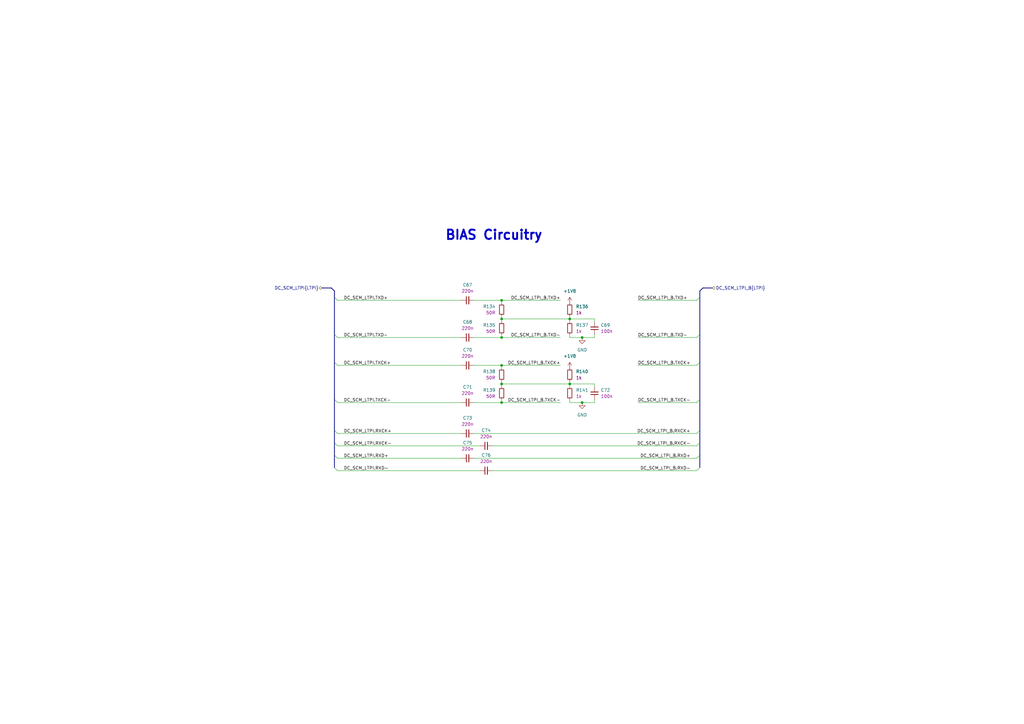
<source format=kicad_sch>
(kicad_sch (version 20250114) (generator "eeschema") (generator_version "9.0")
  (paper "A3")
  (title_block (title "BMC Reference Carrier Board") (date "2025-08-14") (rev "1.0.0"))
  (lib_symbols
    (symbol "antmicroCapacitors0402:C_100n_16V_X7R_0402" (pin_numbers (hide yes)) (pin_names (hide yes))
      (property "Reference" "C" (at 15.24 -5.08 0))
      (property "Val" "100n" (at 15.24 -7.62 0))
      (symbol "C_100n_16V_X7R_0402_0_1"
        (polyline (pts (xy 2.032 -1.524) (xy 2.032 1.524)) (stroke (width 0.3048)))
        (polyline (pts (xy 3.048 -1.524) (xy 3.048 1.524)) (stroke (width 0.3302)))
      )
      (symbol "C_100n_16V_X7R_0402_1_1"
        (pin passive line (at 0 0 0) (length 2.032) (name "~") (number "1"))
        (pin passive line (at 5.08 0 180) (length 2.032) (name "~") (number "2"))
      )
    )
    (symbol "antmicroCapacitors0402:C_220n_6V3_X7R_0402" (pin_numbers (hide yes)) (pin_names (hide yes))
      (property "Reference" "C" (at 15.24 -5.08 0))
      (property "Val" "220n" (at 15.24 -7.62 0))
      (symbol "C_220n_6V3_X7R_0402_0_1"
        (polyline (pts (xy 2.032 -1.524) (xy 2.032 1.524)) (stroke (width 0.3048)))
        (polyline (pts (xy 3.048 -1.524) (xy 3.048 1.524)) (stroke (width 0.3302)))
      )
      (symbol "C_220n_6V3_X7R_0402_1_1"
        (pin passive line (at 0 0 0) (length 2.032) (name "~") (number "1"))
        (pin passive line (at 5.08 0 180) (length 2.032) (name "~") (number "2"))
      )
    )
    (symbol "antmicroResistors0402:R_1k_0402" (pin_numbers (hide yes)) (pin_names (hide yes))
      (property "Reference" "R" (at 20.32 -5.08 0))
      (property "Val" "1k" (at 20.32 -7.62 0))
      (symbol "R_1k_0402_0_1"
        (rectangle (start 0.635 0.889) (end 4.445 -0.889) (stroke (width 0.254)))
      )
      (symbol "R_1k_0402_1_1"
        (pin passive line (at 0 0 0) (length 0.635) (name "~") (number "1"))
        (pin passive line (at 5.08 0 180) (length 0.635) (name "~") (number "2"))
      )
    )
    (symbol "antmicroResistors0402:R_50R_0402" (pin_numbers (hide yes)) (pin_names (hide yes))
      (property "Reference" "R" (at 20.32 -5.08 0))
      (property "Val" "50R" (at 20.32 -7.62 0))
      (symbol "R_50R_0402_0_1"
        (rectangle (start 0.635 0.889) (end 4.445 -0.889) (stroke (width 0.254)))
      )
      (symbol "R_50R_0402_1_1"
        (pin passive line (at 0 0 0) (length 0.635) (name "~") (number "1"))
        (pin passive line (at 5.08 0 180) (length 0.635) (name "~") (number "2"))
      )
    )
    (symbol "antmicropower:+1V8" (power) (pin_numbers (hide yes)) (pin_names (hide yes))
      (property "Value" "+1V8" (at -3.175 2.54 0))
      (symbol "+1V8_1_1"
        (polyline (pts (xy -0.762 1.27) (xy 0 2.54)) (fill (type background)))
        (polyline (pts (xy 0 2.54) (xy 0.762 1.27)) (fill (type background)))
        (polyline (pts (xy 0 0) (xy 0 2.54)) (fill (type background)))
        (pin power_in line (at 0 0 90) (length 0) (hide yes) (name "+1V8") (number "1"))
      )
    )
    (symbol "antmicropower:GND" (power) (pin_numbers (hide yes)) (pin_names (hide yes))
      (property "Value" "GND" (at 8.89 -5.08 0))
      (symbol "GND_1_1"
        (polyline (pts (xy 0 0) (xy 0 -1.27) (xy 1.27 -1.27) (xy 0 -2.54) (xy -1.27 -1.27) (xy 0 -1.27)))
        (pin power_in line (at 0 0 270) (length 0) (name "GND") (number "1"))
      )
    )
  )
  (text "BIAS Circuitry" (at 202.565 96.52 0) (effects (font (size 3.81 3.81) (thickness 0.762) (bold yes))))
  (junction (at 205.74 149.86))
  (junction (at 205.74 123.19))
  (junction (at 238.76 165.1))
  (junction (at 233.68 130.81))
  (junction (at 233.68 157.48))
  (junction (at 205.74 165.1))
  (junction (at 205.74 138.43))
  (junction (at 205.74 130.81))
  (junction (at 205.74 157.48))
  (junction (at 238.76 138.43))
  (bus_entry (at 137.16 181.61) (size 1.27 1.27))
  (bus_entry (at 137.16 176.53) (size 1.27 1.27))
  (bus_entry (at 137.16 186.69) (size 1.27 1.27))
  (bus_entry (at 137.16 121.92) (size 1.27 1.27))
  (bus_entry (at 287.02 186.69) (size -1.27 1.27))
  (bus_entry (at 137.16 148.59) (size 1.27 1.27))
  (bus_entry (at 287.02 148.59) (size -1.27 1.27))
  (bus_entry (at 287.02 137.16) (size -1.27 1.27))
  (bus_entry (at 287.02 176.53) (size -1.27 1.27))
  (bus_entry (at 137.16 137.16) (size 1.27 1.27))
  (bus_entry (at 287.02 163.83) (size -1.27 1.27))
  (bus_entry (at 137.16 163.83) (size 1.27 1.27))
  (bus_entry (at 137.16 191.77) (size 1.27 1.27))
  (bus_entry (at 287.02 181.61) (size -1.27 1.27))
  (bus_entry (at 287.02 121.92) (size -1.27 1.27))
  (bus_entry (at 287.02 191.77) (size -1.27 1.27))
  (wire (pts (xy 138.43 149.86) (xy 189.23 149.86)))
  (wire (pts (xy 205.74 129.54) (xy 205.74 130.81)))
  (wire (pts (xy 138.43 177.8) (xy 189.23 177.8)))
  (bus (pts (xy 287.02 163.83) (xy 287.02 148.59)))
  (wire (pts (xy 205.74 137.16) (xy 205.74 138.43)))
  (wire (pts (xy 233.68 138.43) (xy 238.76 138.43)))
  (wire (pts (xy 243.84 158.75) (xy 243.84 157.48)))
  (wire (pts (xy 138.43 123.19) (xy 189.23 123.19)))
  (bus (pts (xy 287.02 148.59) (xy 287.02 137.16)))
  (bus (pts (xy 137.16 163.83) (xy 137.16 176.53)))
  (wire (pts (xy 205.74 156.21) (xy 205.74 157.48)))
  (bus (pts (xy 287.02 176.53) (xy 287.02 181.61)))
  (wire (pts (xy 243.84 137.16) (xy 243.84 138.43)))
  (wire (pts (xy 138.43 165.1) (xy 189.23 165.1)))
  (bus (pts (xy 137.16 181.61) (xy 137.16 186.69)))
  (wire (pts (xy 243.84 132.08) (xy 243.84 130.81)))
  (wire (pts (xy 233.68 157.48) (xy 233.68 158.75)))
  (wire (pts (xy 138.43 138.43) (xy 189.23 138.43)))
  (bus (pts (xy 137.16 186.69) (xy 137.16 191.77)))
  (wire (pts (xy 233.68 137.16) (xy 233.68 138.43)))
  (bus (pts (xy 132.08 118.11) (xy 135.89 118.11)))
  (wire (pts (xy 205.74 149.86) (xy 205.74 151.13)))
  (wire (pts (xy 205.74 157.48) (xy 233.68 157.48)))
  (wire (pts (xy 261.62 138.43) (xy 285.75 138.43)))
  (bus (pts (xy 137.16 119.38) (xy 137.16 121.92)))
  (wire (pts (xy 243.84 130.81) (xy 233.68 130.81)))
  (wire (pts (xy 261.62 123.19) (xy 285.75 123.19)))
  (wire (pts (xy 205.74 138.43) (xy 229.87 138.43)))
  (wire (pts (xy 205.74 149.86) (xy 229.87 149.86)))
  (wire (pts (xy 243.84 157.48) (xy 233.68 157.48)))
  (wire (pts (xy 233.68 130.81) (xy 233.68 132.08)))
  (wire (pts (xy 138.43 182.88) (xy 196.85 182.88)))
  (wire (pts (xy 194.31 138.43) (xy 205.74 138.43)))
  (wire (pts (xy 194.31 165.1) (xy 205.74 165.1)))
  (wire (pts (xy 233.68 157.48) (xy 233.68 156.21)))
  (bus (pts (xy 288.29 118.11) (xy 287.02 119.38)))
  (wire (pts (xy 205.74 123.19) (xy 205.74 124.46)))
  (wire (pts (xy 201.93 182.88) (xy 285.75 182.88)))
  (wire (pts (xy 205.74 130.81) (xy 233.68 130.81)))
  (wire (pts (xy 205.74 158.75) (xy 205.74 157.48)))
  (bus (pts (xy 137.16 176.53) (xy 137.16 181.61)))
  (wire (pts (xy 194.31 187.96) (xy 285.75 187.96)))
  (wire (pts (xy 261.62 165.1) (xy 285.75 165.1)))
  (wire (pts (xy 243.84 163.83) (xy 243.84 165.1)))
  (wire (pts (xy 205.74 163.83) (xy 205.74 165.1)))
  (wire (pts (xy 205.74 132.08) (xy 205.74 130.81)))
  (wire (pts (xy 233.68 130.81) (xy 233.68 129.54)))
  (bus (pts (xy 137.16 163.83) (xy 137.16 148.59)))
  (bus (pts (xy 292.1 118.11) (xy 288.29 118.11)))
  (wire (pts (xy 138.43 187.96) (xy 189.23 187.96)))
  (wire (pts (xy 243.84 165.1) (xy 238.76 165.1)))
  (wire (pts (xy 233.68 165.1) (xy 238.76 165.1)))
  (wire (pts (xy 233.68 163.83) (xy 233.68 165.1)))
  (wire (pts (xy 205.74 165.1) (xy 229.87 165.1)))
  (bus (pts (xy 135.89 118.11) (xy 137.16 119.38)))
  (bus (pts (xy 287.02 163.83) (xy 287.02 176.53)))
  (wire (pts (xy 205.74 123.19) (xy 229.87 123.19)))
  (bus (pts (xy 137.16 121.92) (xy 137.16 137.16)))
  (wire (pts (xy 243.84 138.43) (xy 238.76 138.43)))
  (bus (pts (xy 287.02 186.69) (xy 287.02 191.77)))
  (wire (pts (xy 194.31 149.86) (xy 205.74 149.86)))
  (wire (pts (xy 261.62 149.86) (xy 285.75 149.86)))
  (wire (pts (xy 201.93 193.04) (xy 285.75 193.04)))
  (wire (pts (xy 194.31 123.19) (xy 205.74 123.19)))
  (wire (pts (xy 138.43 193.04) (xy 196.85 193.04)))
  (bus (pts (xy 287.02 121.92) (xy 287.02 137.16)))
  (bus (pts (xy 137.16 148.59) (xy 137.16 137.16)))
  (bus (pts (xy 287.02 119.38) (xy 287.02 121.92)))
  (wire (pts (xy 194.31 177.8) (xy 285.75 177.8)))
  (bus (pts (xy 287.02 181.61) (xy 287.02 186.69)))
  (label "DC_SCM_LTPI.TXCK-" (at 140.97 165.1 0))
  (label "DC_SCM_LTPI_B.TXCK-" (at 261.62 165.1 0))
  (label "DC_SCM_LTPI_B.TXD+" (at 261.62 123.19 0))
  (label "DC_SCM_LTPI_B.RXD+" (at 283.21 187.96 180))
  (label "DC_SCM_LTPI_B.TXCK-" (at 229.87 165.1 180))
  (label "DC_SCM_LTPI_B.TXCK+" (at 229.87 149.86 180))
  (label "DC_SCM_LTPI.RXD+" (at 140.97 187.96 0))
  (label "DC_SCM_LTPI.TXCK+" (at 140.97 149.86 0))
  (label "DC_SCM_LTPI.RXCK-" (at 140.97 182.88 0))
  (label "DC_SCM_LTPI_B.TXD-" (at 229.87 138.43 180))
  (label "DC_SCM_LTPI.TXD-" (at 140.97 138.43 0))
  (label "DC_SCM_LTPI.RXD-" (at 140.97 193.04 0))
  (label "DC_SCM_LTPI_B.RXCK+" (at 283.21 177.8 180))
  (label "DC_SCM_LTPI_B.RXD-" (at 283.21 193.04 180))
  (label "DC_SCM_LTPI_B.TXD-" (at 261.62 138.43 0))
  (label "DC_SCM_LTPI_B.TXCK+" (at 261.62 149.86 0))
  (label "DC_SCM_LTPI.RXCK+" (at 140.97 177.8 0))
  (label "DC_SCM_LTPI.TXD+" (at 140.97 123.19 0))
  (label "DC_SCM_LTPI_B.RXCK-" (at 283.21 182.88 180))
  (label "DC_SCM_LTPI_B.TXD+" (at 229.87 123.19 180))
  (hierarchical_label "DC_SCM_LTPI_B{LTPI}" (shape bidirectional) (at 292.1 118.11 0))
  (hierarchical_label "DC_SCM_LTPI{LTPI}" (shape bidirectional) (at 132.08 118.11 180))
  (symbol (lib_id "antmicroCapacitors0402:C_220n_6V3_X7R_0402") (at 189.23 138.43 0) (unit 1)
    (property "Reference" "C68" (at 191.7763 132.08 0))
    (property "Value" "C_220n_6V3_X7R_0402" (effects (hide yes)))
    (property "Footprint" "antmicro-footprints:C_0402_1005Metric" (effects (hide yes)))
    (property "Datasheet" "https://www.kemet.com/en/us/capacitors/product/C0402C224M9RACTU.html" (effects (hide yes)))
    (property "Description" "SMD Multilayer Ceramic Capacitor, 220nF, 6.3V, 0402, ±20%, X7R" (effects (hide yes)))
    (property "MPN" "C0402C224M9RACTU" (effects (hide yes)))
    (property "Val" "220n" (at 191.7763 134.62 0))
    (property "Voltage" "6.3V" (effects (hide yes)))
    (property "Dielectric" "X7R" (effects (hide yes)))
    (property "Manufacturer" "KEMET" (effects (hide yes)))
    (property "License" "Apache-2.0" (effects (hide yes)))
    (property "Author" "Antmicro" (effects (hide yes)))
  )
  (symbol (lib_id "antmicroCapacitors0402:C_220n_6V3_X7R_0402") (at 189.23 149.86 0) (unit 1)
    (property "Reference" "C70" (at 191.7763 143.51 0))
    (property "Value" "C_220n_6V3_X7R_0402" (effects (hide yes)))
    (property "Footprint" "antmicro-footprints:C_0402_1005Metric" (effects (hide yes)))
    (property "Datasheet" "https://www.kemet.com/en/us/capacitors/product/C0402C224M9RACTU.html" (effects (hide yes)))
    (property "Description" "SMD Multilayer Ceramic Capacitor, 220nF, 6.3V, 0402, ±20%, X7R" (effects (hide yes)))
    (property "MPN" "C0402C224M9RACTU" (effects (hide yes)))
    (property "Val" "220n" (at 191.7763 146.05 0))
    (property "Voltage" "6.3V" (effects (hide yes)))
    (property "Dielectric" "X7R" (effects (hide yes)))
    (property "Manufacturer" "KEMET" (effects (hide yes)))
    (property "License" "Apache-2.0" (effects (hide yes)))
    (property "Author" "Antmicro" (effects (hide yes)))
  )
  (symbol (lib_id "antmicroCapacitors0402:C_220n_6V3_X7R_0402") (at 189.23 187.96 0) (unit 1)
    (property "Reference" "C75" (at 191.7763 181.61 0))
    (property "Value" "C_220n_6V3_X7R_0402" (effects (hide yes)))
    (property "Footprint" "antmicro-footprints:C_0402_1005Metric" (effects (hide yes)))
    (property "Datasheet" "https://www.kemet.com/en/us/capacitors/product/C0402C224M9RACTU.html" (effects (hide yes)))
    (property "Description" "SMD Multilayer Ceramic Capacitor, 220nF, 6.3V, 0402, ±20%, X7R" (effects (hide yes)))
    (property "MPN" "C0402C224M9RACTU" (effects (hide yes)))
    (property "Val" "220n" (at 191.7763 184.15 0))
    (property "Voltage" "6.3V" (effects (hide yes)))
    (property "Dielectric" "X7R" (effects (hide yes)))
    (property "Manufacturer" "KEMET" (effects (hide yes)))
    (property "License" "Apache-2.0" (effects (hide yes)))
    (property "Author" "Antmicro" (effects (hide yes)))
  )
  (symbol (lib_id "antmicropower:+1V8") (at 233.68 124.46 0) (unit 1)
    (property "Reference" "#PWR0132" (effects (hide yes)))
    (property "Value" "+1V8" (at 233.68 119.38 0))
    (property "Author" "Antmicro" (effects (hide yes)))
    (property "License" "Apache-2.0" (effects (hide yes)))
  )
  (symbol (lib_id "antmicroCapacitors0402:C_220n_6V3_X7R_0402") (at 196.85 193.04 0) (unit 1)
    (property "Reference" "C76" (at 199.3963 186.69 0))
    (property "Value" "C_220n_6V3_X7R_0402" (effects (hide yes)))
    (property "Footprint" "antmicro-footprints:C_0402_1005Metric" (effects (hide yes)))
    (property "Datasheet" "https://www.kemet.com/en/us/capacitors/product/C0402C224M9RACTU.html" (effects (hide yes)))
    (property "Description" "SMD Multilayer Ceramic Capacitor, 220nF, 6.3V, 0402, ±20%, X7R" (effects (hide yes)))
    (property "MPN" "C0402C224M9RACTU" (effects (hide yes)))
    (property "Val" "220n" (at 199.3963 189.23 0))
    (property "Voltage" "6.3V" (effects (hide yes)))
    (property "Dielectric" "X7R" (effects (hide yes)))
    (property "Manufacturer" "KEMET" (effects (hide yes)))
    (property "License" "Apache-2.0" (effects (hide yes)))
    (property "Author" "Antmicro" (effects (hide yes)))
  )
  (symbol (lib_id "antmicroResistors0402:R_50R_0402") (at 205.74 129.54 270) (mirror x) (unit 1)
    (property "Reference" "R134" (at 203.2 125.73 90) (effects (justify right)))
    (property "Value" "R_50R_0402" (effects (hide yes)))
    (property "Footprint" "antmicro-footprints:R_0402_1005Metric" (effects (hide yes)))
    (property "Datasheet" "https://www.bourns.com/docs/product-datasheets/cr.pdf" (effects (hide yes)))
    (property "Description" "SMD Chip Resistor" (effects (hide yes)))
    (property "MPN" "CR0402-FX-50R0GLF" (effects (hide yes)))
    (property "Manufacturer" "Bourns" (effects (hide yes)))
    (property "License" "Apache-2.0" (effects (hide yes)))
    (property "Author" "Antmicro" (effects (hide yes)))
    (property "Val" "50R" (at 203.2 128.27 90) (effects (justify right)))
    (property "Tolerance" "1%" (effects (hide yes)))
  )
  (symbol (lib_id "antmicroCapacitors0402:C_220n_6V3_X7R_0402") (at 189.23 165.1 0) (unit 1)
    (property "Reference" "C71" (at 191.7763 158.75 0))
    (property "Value" "C_220n_6V3_X7R_0402" (effects (hide yes)))
    (property "Footprint" "antmicro-footprints:C_0402_1005Metric" (effects (hide yes)))
    (property "Datasheet" "https://www.kemet.com/en/us/capacitors/product/C0402C224M9RACTU.html" (effects (hide yes)))
    (property "Description" "SMD Multilayer Ceramic Capacitor, 220nF, 6.3V, 0402, ±20%, X7R" (effects (hide yes)))
    (property "MPN" "C0402C224M9RACTU" (effects (hide yes)))
    (property "Val" "220n" (at 191.7763 161.29 0))
    (property "Voltage" "6.3V" (effects (hide yes)))
    (property "Dielectric" "X7R" (effects (hide yes)))
    (property "Manufacturer" "KEMET" (effects (hide yes)))
    (property "License" "Apache-2.0" (effects (hide yes)))
    (property "Author" "Antmicro" (effects (hide yes)))
  )
  (symbol (lib_id "antmicroCapacitors0402:C_220n_6V3_X7R_0402") (at 189.23 177.8 0) (unit 1)
    (property "Reference" "C73" (at 191.7763 171.45 0))
    (property "Value" "C_220n_6V3_X7R_0402" (effects (hide yes)))
    (property "Footprint" "antmicro-footprints:C_0402_1005Metric" (effects (hide yes)))
    (property "Datasheet" "https://www.kemet.com/en/us/capacitors/product/C0402C224M9RACTU.html" (effects (hide yes)))
    (property "Description" "SMD Multilayer Ceramic Capacitor, 220nF, 6.3V, 0402, ±20%, X7R" (effects (hide yes)))
    (property "MPN" "C0402C224M9RACTU" (effects (hide yes)))
    (property "Val" "220n" (at 191.7763 173.99 0))
    (property "Voltage" "6.3V" (effects (hide yes)))
    (property "Dielectric" "X7R" (effects (hide yes)))
    (property "Manufacturer" "KEMET" (effects (hide yes)))
    (property "License" "Apache-2.0" (effects (hide yes)))
    (property "Author" "Antmicro" (effects (hide yes)))
  )
  (symbol (lib_id "antmicroResistors0402:R_50R_0402") (at 205.74 156.21 270) (mirror x) (unit 1)
    (property "Reference" "R138" (at 203.2 152.4 90) (effects (justify right)))
    (property "Value" "R_50R_0402" (effects (hide yes)))
    (property "Footprint" "antmicro-footprints:R_0402_1005Metric" (effects (hide yes)))
    (property "Datasheet" "https://www.bourns.com/docs/product-datasheets/cr.pdf" (effects (hide yes)))
    (property "Description" "SMD Chip Resistor" (effects (hide yes)))
    (property "MPN" "CR0402-FX-50R0GLF" (effects (hide yes)))
    (property "Manufacturer" "Bourns" (effects (hide yes)))
    (property "License" "Apache-2.0" (effects (hide yes)))
    (property "Author" "Antmicro" (effects (hide yes)))
    (property "Val" "50R" (at 203.2 154.94 90) (effects (justify right)))
    (property "Tolerance" "1%" (effects (hide yes)))
  )
  (symbol (lib_id "antmicroCapacitors0402:C_220n_6V3_X7R_0402") (at 189.23 123.19 0) (unit 1)
    (property "Reference" "C67" (at 191.7763 116.84 0))
    (property "Value" "C_220n_6V3_X7R_0402" (effects (hide yes)))
    (property "Footprint" "antmicro-footprints:C_0402_1005Metric" (effects (hide yes)))
    (property "Datasheet" "https://www.kemet.com/en/us/capacitors/product/C0402C224M9RACTU.html" (effects (hide yes)))
    (property "Description" "SMD Multilayer Ceramic Capacitor, 220nF, 6.3V, 0402, ±20%, X7R" (effects (hide yes)))
    (property "MPN" "C0402C224M9RACTU" (effects (hide yes)))
    (property "Val" "220n" (at 191.7763 119.38 0))
    (property "Voltage" "6.3V" (effects (hide yes)))
    (property "Dielectric" "X7R" (effects (hide yes)))
    (property "Manufacturer" "KEMET" (effects (hide yes)))
    (property "License" "Apache-2.0" (effects (hide yes)))
    (property "Author" "Antmicro" (effects (hide yes)))
  )
  (symbol (lib_id "antmicroCapacitors0402:C_100n_16V_X7R_0402") (at 243.84 163.83 90) (unit 1)
    (property "Reference" "C72" (at 246.38 160.0136 90) (effects (justify right)))
    (property "Value" "C_100n_16V_X7R_0402" (effects (hide yes)))
    (property "Footprint" "antmicro-footprints:C_0402_1005Metric" (effects (hide yes)))
    (property "Datasheet" "https://www.kemet.com/en/us/capacitors/product/C0402C104J4RAC7411.html" (effects (hide yes)))
    (property "Description" "SMD Multilayer Ceramic Capacitor, 100nF, 50V, 0402, ±5%, X7R" (effects (hide yes)))
    (property "MPN" "C0402C104J4RAC7411" (effects (hide yes)))
    (property "Val" "100n" (at 246.38 162.5536 90) (effects (justify right)))
    (property "Voltage" "16V" (effects (hide yes)))
    (property "Dielectric" "X7R" (effects (hide yes)))
    (property "Manufacturer" "KEMET" (effects (hide yes)))
    (property "License" "Apache-2.0" (effects (hide yes)))
    (property "Author" "Antmicro" (effects (hide yes)))
  )
  (symbol (lib_id "antmicroResistors0402:R_50R_0402") (at 205.74 137.16 270) (mirror x) (unit 1)
    (property "Reference" "R135" (at 203.2 133.35 90) (effects (justify right)))
    (property "Value" "R_50R_0402" (effects (hide yes)))
    (property "Footprint" "antmicro-footprints:R_0402_1005Metric" (effects (hide yes)))
    (property "Datasheet" "https://www.bourns.com/docs/product-datasheets/cr.pdf" (effects (hide yes)))
    (property "Description" "SMD Chip Resistor" (effects (hide yes)))
    (property "MPN" "CR0402-FX-50R0GLF" (effects (hide yes)))
    (property "Manufacturer" "Bourns" (effects (hide yes)))
    (property "License" "Apache-2.0" (effects (hide yes)))
    (property "Author" "Antmicro" (effects (hide yes)))
    (property "Val" "50R" (at 203.2 135.89 90) (effects (justify right)))
    (property "Tolerance" "1%" (effects (hide yes)))
  )
  (symbol (lib_id "antmicropower:GND") (at 238.76 165.1 0) (unit 1)
    (property "Reference" "#PWR0131" (effects (hide yes)))
    (property "Value" "GND" (at 238.76 170.18 0))
    (property "Author" "Antmicro" (effects (hide yes)))
    (property "License" "Apache-2.0" (effects (hide yes)))
  )
  (symbol (lib_id "antmicropower:+1V8") (at 233.68 151.13 0) (unit 1)
    (property "Reference" "#PWR0133" (effects (hide yes)))
    (property "Value" "+1V8" (at 233.68 146.05 0))
    (property "Author" "Antmicro" (effects (hide yes)))
    (property "License" "Apache-2.0" (effects (hide yes)))
  )
  (symbol (lib_id "antmicropower:GND") (at 238.76 138.43 0) (unit 1)
    (property "Reference" "#PWR0128" (effects (hide yes)))
    (property "Value" "GND" (at 238.76 143.51 0))
    (property "Author" "Antmicro" (effects (hide yes)))
    (property "License" "Apache-2.0" (effects (hide yes)))
  )
  (symbol (lib_id "antmicroCapacitors0402:C_100n_16V_X7R_0402") (at 243.84 137.16 90) (unit 1)
    (property "Reference" "C69" (at 246.38 133.3436 90) (effects (justify right)))
    (property "Value" "C_100n_16V_X7R_0402" (effects (hide yes)))
    (property "Footprint" "antmicro-footprints:C_0402_1005Metric" (effects (hide yes)))
    (property "Datasheet" "https://www.kemet.com/en/us/capacitors/product/C0402C104J4RAC7411.html" (effects (hide yes)))
    (property "Description" "SMD Multilayer Ceramic Capacitor, 100nF, 50V, 0402, ±5%, X7R" (effects (hide yes)))
    (property "MPN" "C0402C104J4RAC7411" (effects (hide yes)))
    (property "Val" "100n" (at 246.38 135.8836 90) (effects (justify right)))
    (property "Voltage" "16V" (effects (hide yes)))
    (property "Dielectric" "X7R" (effects (hide yes)))
    (property "Manufacturer" "KEMET" (effects (hide yes)))
    (property "License" "Apache-2.0" (effects (hide yes)))
    (property "Author" "Antmicro" (effects (hide yes)))
  )
  (symbol (lib_id "antmicroResistors0402:R_1k_0402") (at 233.68 156.21 90) (unit 1)
    (property "Reference" "R140" (at 236.22 152.4 90) (effects (justify right)))
    (property "Value" "R_1k_0402" (effects (hide yes)))
    (property "Footprint" "antmicro-footprints:R_0402_1005Metric" (effects (hide yes)))
    (property "Datasheet" "https://www.bourns.com/docs/product-datasheets/cr.pdf" (effects (hide yes)))
    (property "Description" "SMD Chip Resistor, 1 kohm, ± 1%, 63 mW, 0402 [1005 Metric], Thick Film, General Purpose" (effects (hide yes)))
    (property "MPN" "CR0402-FX-1001GLF" (effects (hide yes)))
    (property "Manufacturer" "Bourns" (effects (hide yes)))
    (property "License" "Apache-2.0" (effects (hide yes)))
    (property "Author" "Antmicro" (effects (hide yes)))
    (property "Val" "1k" (at 236.22 154.94 90) (effects (justify right)))
    (property "Tolerance" "1%" (effects (hide yes)))
  )
  (symbol (lib_id "antmicroResistors0402:R_1k_0402") (at 233.68 129.54 90) (unit 1)
    (property "Reference" "R136" (at 236.22 125.73 90) (effects (justify right)))
    (property "Value" "R_1k_0402" (effects (hide yes)))
    (property "Footprint" "antmicro-footprints:R_0402_1005Metric" (effects (hide yes)))
    (property "Datasheet" "https://www.bourns.com/docs/product-datasheets/cr.pdf" (effects (hide yes)))
    (property "Description" "SMD Chip Resistor, 1 kohm, ± 1%, 63 mW, 0402 [1005 Metric], Thick Film, General Purpose" (effects (hide yes)))
    (property "MPN" "CR0402-FX-1001GLF" (effects (hide yes)))
    (property "Manufacturer" "Bourns" (effects (hide yes)))
    (property "License" "Apache-2.0" (effects (hide yes)))
    (property "Author" "Antmicro" (effects (hide yes)))
    (property "Val" "1k" (at 236.22 128.27 90) (effects (justify right)))
    (property "Tolerance" "1%" (effects (hide yes)))
  )
  (symbol (lib_id "antmicroResistors0402:R_1k_0402") (at 233.68 137.16 90) (unit 1)
    (property "Reference" "R137" (at 236.22 133.35 90) (effects (justify right)))
    (property "Value" "R_1k_0402" (effects (hide yes)))
    (property "Footprint" "antmicro-footprints:R_0402_1005Metric" (effects (hide yes)))
    (property "Datasheet" "https://www.bourns.com/docs/product-datasheets/cr.pdf" (effects (hide yes)))
    (property "Description" "SMD Chip Resistor, 1 kohm, ± 1%, 63 mW, 0402 [1005 Metric], Thick Film, General Purpose" (effects (hide yes)))
    (property "MPN" "CR0402-FX-1001GLF" (effects (hide yes)))
    (property "Manufacturer" "Bourns" (effects (hide yes)))
    (property "License" "Apache-2.0" (effects (hide yes)))
    (property "Author" "Antmicro" (effects (hide yes)))
    (property "Val" "1k" (at 236.22 135.89 90) (effects (justify right)))
    (property "Tolerance" "1%" (effects (hide yes)))
  )
  (symbol (lib_id "antmicroResistors0402:R_50R_0402") (at 205.74 163.83 270) (mirror x) (unit 1)
    (property "Reference" "R139" (at 203.2 160.02 90) (effects (justify right)))
    (property "Value" "R_50R_0402" (effects (hide yes)))
    (property "Footprint" "antmicro-footprints:R_0402_1005Metric" (effects (hide yes)))
    (property "Datasheet" "https://www.bourns.com/docs/product-datasheets/cr.pdf" (effects (hide yes)))
    (property "Description" "SMD Chip Resistor" (effects (hide yes)))
    (property "MPN" "CR0402-FX-50R0GLF" (effects (hide yes)))
    (property "Manufacturer" "Bourns" (effects (hide yes)))
    (property "License" "Apache-2.0" (effects (hide yes)))
    (property "Author" "Antmicro" (effects (hide yes)))
    (property "Val" "50R" (at 203.2 162.56 90) (effects (justify right)))
    (property "Tolerance" "1%" (effects (hide yes)))
  )
  (symbol (lib_id "antmicroResistors0402:R_1k_0402") (at 233.68 163.83 90) (unit 1)
    (property "Reference" "R141" (at 236.22 160.02 90) (effects (justify right)))
    (property "Value" "R_1k_0402" (effects (hide yes)))
    (property "Footprint" "antmicro-footprints:R_0402_1005Metric" (effects (hide yes)))
    (property "Datasheet" "https://www.bourns.com/docs/product-datasheets/cr.pdf" (effects (hide yes)))
    (property "Description" "SMD Chip Resistor, 1 kohm, ± 1%, 63 mW, 0402 [1005 Metric], Thick Film, General Purpose" (effects (hide yes)))
    (property "MPN" "CR0402-FX-1001GLF" (effects (hide yes)))
    (property "Manufacturer" "Bourns" (effects (hide yes)))
    (property "License" "Apache-2.0" (effects (hide yes)))
    (property "Author" "Antmicro" (effects (hide yes)))
    (property "Val" "1k" (at 236.22 162.56 90) (effects (justify right)))
    (property "Tolerance" "1%" (effects (hide yes)))
  )
  (symbol (lib_id "antmicroCapacitors0402:C_220n_6V3_X7R_0402") (at 196.85 182.88 0) (unit 1)
    (property "Reference" "C74" (at 199.3963 176.53 0))
    (property "Value" "C_220n_6V3_X7R_0402" (effects (hide yes)))
    (property "Footprint" "antmicro-footprints:C_0402_1005Metric" (effects (hide yes)))
    (property "Datasheet" "https://www.kemet.com/en/us/capacitors/product/C0402C224M9RACTU.html" (effects (hide yes)))
    (property "Description" "SMD Multilayer Ceramic Capacitor, 220nF, 6.3V, 0402, ±20%, X7R" (effects (hide yes)))
    (property "MPN" "C0402C224M9RACTU" (effects (hide yes)))
    (property "Val" "220n" (at 199.3963 179.07 0))
    (property "Voltage" "6.3V" (effects (hide yes)))
    (property "Dielectric" "X7R" (effects (hide yes)))
    (property "Manufacturer" "KEMET" (effects (hide yes)))
    (property "License" "Apache-2.0" (effects (hide yes)))
    (property "Author" "Antmicro" (effects (hide yes)))
  )
)
</source>
